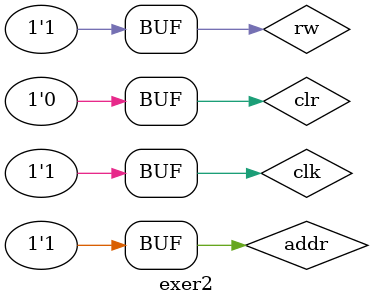
<source format=v>


module jkff ( output q, output qnot, input j, input k, input jclk ); 
	reg q, qnot; 
	always @( posedge jclk ) 
	begin 
		if ( j & ~k ) 
		begin 
		q <= 1; qnot <= 0; 
	end 
	else 
	if ( ~j & k ) 
		begin 
		q <= 0; qnot <= 1; 
		end 
	else 
		if ( j & k ) 
		begin 
		q <= ~q; qnot <= ~qnot; 
		end 
	end 
endmodule // jkff 
//--Fim FlipFlop


module exer1(input aaddr,input brw,input cclk, input din, output s, input clear01);
reg addr,rw,clk,aa,bb,cc,clr;
wire s1,outs;


jkff jkff1(q,qnot,s1,aa,clk);
jkff jkff2(q,qnot,s1,bb,clk);
jkff jkff3(q,qnot,s1,cc,clk);
jkff jkff4(q,qnot,s1,dd,clk);

and and01(s1,addr,rw,clk);
and and02(outs,qnot,addr);

endmodule

module exer2;
reg addr,rw,clk,aa,bb;
reg clr;
wire out01,out02;

exer1 EX01(addr,rw,clk,aa,out01,clr);
exer1 EX02(addr,rw,clk,bb,out02,clr);

initial begin 
$display ( "Guia 10 - Lorena Danielle Gonçalves Bento - 435049" );
$display ( "Exercicio02 - Memoria RAM" ); 

addr = 0; clk = 0; rw = 0; clr = 0; 

$monitor( "%4d %4b %4b", $time, out01, out02 ); 

#1 clk = 0; addr = 0; rw = 1; 
#2 clk = 0; addr = 1; rw = 0;
#3 clk = 0; addr = 1; rw = 1;
#1 clk = 1; addr = 0; rw = 0;
#1 clk = 1; addr = 0; rw = 1;
#1 clk = 1; addr = 1; rw = 0;
#1 clk = 1; addr = 1; rw = 1;

end 

endmodule


</source>
